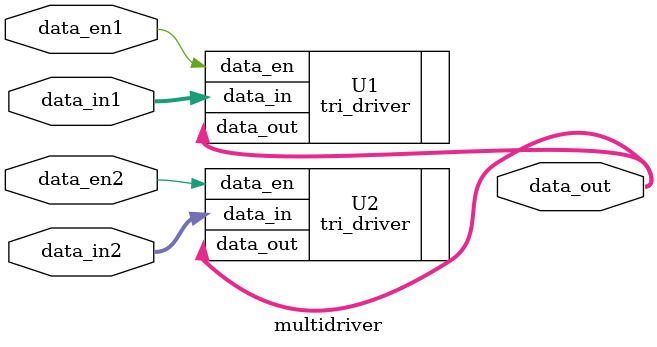
<source format=sv>
module multidriver #(
    parameter WIDTH = 4
) ( //input enable
    input logic data_en1,
    input logic data_en2,
    //input data
    input logic [WIDTH-1:0] data_in1,
    input logic [WIDTH-1:0] data_in2,
    //output data
    output wire [WIDTH-1:0] data_out

);
    
    tri_driver   #(
    .WIDTH ( WIDTH )
   ) U1 (
    .data_en(data_en1),
    .data_in(data_in1),
    .data_out(data_out)
   );

    tri_driver   #(
    .WIDTH ( WIDTH )
   ) U2 (
    .data_en(data_en2),
    .data_in(data_in2),
    .data_out(data_out)
   );

endmodule
</source>
